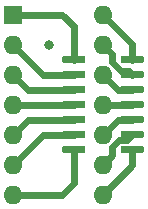
<source format=gbr>
G04 #@! TF.GenerationSoftware,KiCad,Pcbnew,(5.1.5)-3*
G04 #@! TF.CreationDate,2020-06-08T21:20:55-04:00*
G04 #@! TF.ProjectId,dip14soic,64697031-3473-46f6-9963-2e6b69636164,rev?*
G04 #@! TF.SameCoordinates,Original*
G04 #@! TF.FileFunction,Copper,L1,Top*
G04 #@! TF.FilePolarity,Positive*
%FSLAX46Y46*%
G04 Gerber Fmt 4.6, Leading zero omitted, Abs format (unit mm)*
G04 Created by KiCad (PCBNEW (5.1.5)-3) date 2020-06-08 21:20:55*
%MOMM*%
%LPD*%
G04 APERTURE LIST*
%ADD10R,1.600000X1.600000*%
%ADD11O,1.600000X1.600000*%
%ADD12C,0.100000*%
%ADD13C,0.800000*%
%ADD14C,0.600000*%
G04 APERTURE END LIST*
D10*
X106680000Y-71120000D03*
D11*
X114300000Y-86360000D03*
X106680000Y-73660000D03*
X114300000Y-83820000D03*
X106680000Y-76200000D03*
X114300000Y-81280000D03*
X106680000Y-78740000D03*
X114300000Y-78740000D03*
X106680000Y-81280000D03*
X114300000Y-76200000D03*
X106680000Y-83820000D03*
X114300000Y-73660000D03*
X106680000Y-86360000D03*
X114300000Y-71120000D03*
G04 #@! TA.AperFunction,SMDPad,CuDef*
D12*
G36*
X112664703Y-74630722D02*
G01*
X112679264Y-74632882D01*
X112693543Y-74636459D01*
X112707403Y-74641418D01*
X112720710Y-74647712D01*
X112733336Y-74655280D01*
X112745159Y-74664048D01*
X112756066Y-74673934D01*
X112765952Y-74684841D01*
X112774720Y-74696664D01*
X112782288Y-74709290D01*
X112788582Y-74722597D01*
X112793541Y-74736457D01*
X112797118Y-74750736D01*
X112799278Y-74765297D01*
X112800000Y-74780000D01*
X112800000Y-75080000D01*
X112799278Y-75094703D01*
X112797118Y-75109264D01*
X112793541Y-75123543D01*
X112788582Y-75137403D01*
X112782288Y-75150710D01*
X112774720Y-75163336D01*
X112765952Y-75175159D01*
X112756066Y-75186066D01*
X112745159Y-75195952D01*
X112733336Y-75204720D01*
X112720710Y-75212288D01*
X112707403Y-75218582D01*
X112693543Y-75223541D01*
X112679264Y-75227118D01*
X112664703Y-75229278D01*
X112650000Y-75230000D01*
X111000000Y-75230000D01*
X110985297Y-75229278D01*
X110970736Y-75227118D01*
X110956457Y-75223541D01*
X110942597Y-75218582D01*
X110929290Y-75212288D01*
X110916664Y-75204720D01*
X110904841Y-75195952D01*
X110893934Y-75186066D01*
X110884048Y-75175159D01*
X110875280Y-75163336D01*
X110867712Y-75150710D01*
X110861418Y-75137403D01*
X110856459Y-75123543D01*
X110852882Y-75109264D01*
X110850722Y-75094703D01*
X110850000Y-75080000D01*
X110850000Y-74780000D01*
X110850722Y-74765297D01*
X110852882Y-74750736D01*
X110856459Y-74736457D01*
X110861418Y-74722597D01*
X110867712Y-74709290D01*
X110875280Y-74696664D01*
X110884048Y-74684841D01*
X110893934Y-74673934D01*
X110904841Y-74664048D01*
X110916664Y-74655280D01*
X110929290Y-74647712D01*
X110942597Y-74641418D01*
X110956457Y-74636459D01*
X110970736Y-74632882D01*
X110985297Y-74630722D01*
X111000000Y-74630000D01*
X112650000Y-74630000D01*
X112664703Y-74630722D01*
G37*
G04 #@! TD.AperFunction*
G04 #@! TA.AperFunction,SMDPad,CuDef*
G36*
X112664703Y-75900722D02*
G01*
X112679264Y-75902882D01*
X112693543Y-75906459D01*
X112707403Y-75911418D01*
X112720710Y-75917712D01*
X112733336Y-75925280D01*
X112745159Y-75934048D01*
X112756066Y-75943934D01*
X112765952Y-75954841D01*
X112774720Y-75966664D01*
X112782288Y-75979290D01*
X112788582Y-75992597D01*
X112793541Y-76006457D01*
X112797118Y-76020736D01*
X112799278Y-76035297D01*
X112800000Y-76050000D01*
X112800000Y-76350000D01*
X112799278Y-76364703D01*
X112797118Y-76379264D01*
X112793541Y-76393543D01*
X112788582Y-76407403D01*
X112782288Y-76420710D01*
X112774720Y-76433336D01*
X112765952Y-76445159D01*
X112756066Y-76456066D01*
X112745159Y-76465952D01*
X112733336Y-76474720D01*
X112720710Y-76482288D01*
X112707403Y-76488582D01*
X112693543Y-76493541D01*
X112679264Y-76497118D01*
X112664703Y-76499278D01*
X112650000Y-76500000D01*
X111000000Y-76500000D01*
X110985297Y-76499278D01*
X110970736Y-76497118D01*
X110956457Y-76493541D01*
X110942597Y-76488582D01*
X110929290Y-76482288D01*
X110916664Y-76474720D01*
X110904841Y-76465952D01*
X110893934Y-76456066D01*
X110884048Y-76445159D01*
X110875280Y-76433336D01*
X110867712Y-76420710D01*
X110861418Y-76407403D01*
X110856459Y-76393543D01*
X110852882Y-76379264D01*
X110850722Y-76364703D01*
X110850000Y-76350000D01*
X110850000Y-76050000D01*
X110850722Y-76035297D01*
X110852882Y-76020736D01*
X110856459Y-76006457D01*
X110861418Y-75992597D01*
X110867712Y-75979290D01*
X110875280Y-75966664D01*
X110884048Y-75954841D01*
X110893934Y-75943934D01*
X110904841Y-75934048D01*
X110916664Y-75925280D01*
X110929290Y-75917712D01*
X110942597Y-75911418D01*
X110956457Y-75906459D01*
X110970736Y-75902882D01*
X110985297Y-75900722D01*
X111000000Y-75900000D01*
X112650000Y-75900000D01*
X112664703Y-75900722D01*
G37*
G04 #@! TD.AperFunction*
G04 #@! TA.AperFunction,SMDPad,CuDef*
G36*
X112664703Y-77170722D02*
G01*
X112679264Y-77172882D01*
X112693543Y-77176459D01*
X112707403Y-77181418D01*
X112720710Y-77187712D01*
X112733336Y-77195280D01*
X112745159Y-77204048D01*
X112756066Y-77213934D01*
X112765952Y-77224841D01*
X112774720Y-77236664D01*
X112782288Y-77249290D01*
X112788582Y-77262597D01*
X112793541Y-77276457D01*
X112797118Y-77290736D01*
X112799278Y-77305297D01*
X112800000Y-77320000D01*
X112800000Y-77620000D01*
X112799278Y-77634703D01*
X112797118Y-77649264D01*
X112793541Y-77663543D01*
X112788582Y-77677403D01*
X112782288Y-77690710D01*
X112774720Y-77703336D01*
X112765952Y-77715159D01*
X112756066Y-77726066D01*
X112745159Y-77735952D01*
X112733336Y-77744720D01*
X112720710Y-77752288D01*
X112707403Y-77758582D01*
X112693543Y-77763541D01*
X112679264Y-77767118D01*
X112664703Y-77769278D01*
X112650000Y-77770000D01*
X111000000Y-77770000D01*
X110985297Y-77769278D01*
X110970736Y-77767118D01*
X110956457Y-77763541D01*
X110942597Y-77758582D01*
X110929290Y-77752288D01*
X110916664Y-77744720D01*
X110904841Y-77735952D01*
X110893934Y-77726066D01*
X110884048Y-77715159D01*
X110875280Y-77703336D01*
X110867712Y-77690710D01*
X110861418Y-77677403D01*
X110856459Y-77663543D01*
X110852882Y-77649264D01*
X110850722Y-77634703D01*
X110850000Y-77620000D01*
X110850000Y-77320000D01*
X110850722Y-77305297D01*
X110852882Y-77290736D01*
X110856459Y-77276457D01*
X110861418Y-77262597D01*
X110867712Y-77249290D01*
X110875280Y-77236664D01*
X110884048Y-77224841D01*
X110893934Y-77213934D01*
X110904841Y-77204048D01*
X110916664Y-77195280D01*
X110929290Y-77187712D01*
X110942597Y-77181418D01*
X110956457Y-77176459D01*
X110970736Y-77172882D01*
X110985297Y-77170722D01*
X111000000Y-77170000D01*
X112650000Y-77170000D01*
X112664703Y-77170722D01*
G37*
G04 #@! TD.AperFunction*
G04 #@! TA.AperFunction,SMDPad,CuDef*
G36*
X112664703Y-78440722D02*
G01*
X112679264Y-78442882D01*
X112693543Y-78446459D01*
X112707403Y-78451418D01*
X112720710Y-78457712D01*
X112733336Y-78465280D01*
X112745159Y-78474048D01*
X112756066Y-78483934D01*
X112765952Y-78494841D01*
X112774720Y-78506664D01*
X112782288Y-78519290D01*
X112788582Y-78532597D01*
X112793541Y-78546457D01*
X112797118Y-78560736D01*
X112799278Y-78575297D01*
X112800000Y-78590000D01*
X112800000Y-78890000D01*
X112799278Y-78904703D01*
X112797118Y-78919264D01*
X112793541Y-78933543D01*
X112788582Y-78947403D01*
X112782288Y-78960710D01*
X112774720Y-78973336D01*
X112765952Y-78985159D01*
X112756066Y-78996066D01*
X112745159Y-79005952D01*
X112733336Y-79014720D01*
X112720710Y-79022288D01*
X112707403Y-79028582D01*
X112693543Y-79033541D01*
X112679264Y-79037118D01*
X112664703Y-79039278D01*
X112650000Y-79040000D01*
X111000000Y-79040000D01*
X110985297Y-79039278D01*
X110970736Y-79037118D01*
X110956457Y-79033541D01*
X110942597Y-79028582D01*
X110929290Y-79022288D01*
X110916664Y-79014720D01*
X110904841Y-79005952D01*
X110893934Y-78996066D01*
X110884048Y-78985159D01*
X110875280Y-78973336D01*
X110867712Y-78960710D01*
X110861418Y-78947403D01*
X110856459Y-78933543D01*
X110852882Y-78919264D01*
X110850722Y-78904703D01*
X110850000Y-78890000D01*
X110850000Y-78590000D01*
X110850722Y-78575297D01*
X110852882Y-78560736D01*
X110856459Y-78546457D01*
X110861418Y-78532597D01*
X110867712Y-78519290D01*
X110875280Y-78506664D01*
X110884048Y-78494841D01*
X110893934Y-78483934D01*
X110904841Y-78474048D01*
X110916664Y-78465280D01*
X110929290Y-78457712D01*
X110942597Y-78451418D01*
X110956457Y-78446459D01*
X110970736Y-78442882D01*
X110985297Y-78440722D01*
X111000000Y-78440000D01*
X112650000Y-78440000D01*
X112664703Y-78440722D01*
G37*
G04 #@! TD.AperFunction*
G04 #@! TA.AperFunction,SMDPad,CuDef*
G36*
X112664703Y-79710722D02*
G01*
X112679264Y-79712882D01*
X112693543Y-79716459D01*
X112707403Y-79721418D01*
X112720710Y-79727712D01*
X112733336Y-79735280D01*
X112745159Y-79744048D01*
X112756066Y-79753934D01*
X112765952Y-79764841D01*
X112774720Y-79776664D01*
X112782288Y-79789290D01*
X112788582Y-79802597D01*
X112793541Y-79816457D01*
X112797118Y-79830736D01*
X112799278Y-79845297D01*
X112800000Y-79860000D01*
X112800000Y-80160000D01*
X112799278Y-80174703D01*
X112797118Y-80189264D01*
X112793541Y-80203543D01*
X112788582Y-80217403D01*
X112782288Y-80230710D01*
X112774720Y-80243336D01*
X112765952Y-80255159D01*
X112756066Y-80266066D01*
X112745159Y-80275952D01*
X112733336Y-80284720D01*
X112720710Y-80292288D01*
X112707403Y-80298582D01*
X112693543Y-80303541D01*
X112679264Y-80307118D01*
X112664703Y-80309278D01*
X112650000Y-80310000D01*
X111000000Y-80310000D01*
X110985297Y-80309278D01*
X110970736Y-80307118D01*
X110956457Y-80303541D01*
X110942597Y-80298582D01*
X110929290Y-80292288D01*
X110916664Y-80284720D01*
X110904841Y-80275952D01*
X110893934Y-80266066D01*
X110884048Y-80255159D01*
X110875280Y-80243336D01*
X110867712Y-80230710D01*
X110861418Y-80217403D01*
X110856459Y-80203543D01*
X110852882Y-80189264D01*
X110850722Y-80174703D01*
X110850000Y-80160000D01*
X110850000Y-79860000D01*
X110850722Y-79845297D01*
X110852882Y-79830736D01*
X110856459Y-79816457D01*
X110861418Y-79802597D01*
X110867712Y-79789290D01*
X110875280Y-79776664D01*
X110884048Y-79764841D01*
X110893934Y-79753934D01*
X110904841Y-79744048D01*
X110916664Y-79735280D01*
X110929290Y-79727712D01*
X110942597Y-79721418D01*
X110956457Y-79716459D01*
X110970736Y-79712882D01*
X110985297Y-79710722D01*
X111000000Y-79710000D01*
X112650000Y-79710000D01*
X112664703Y-79710722D01*
G37*
G04 #@! TD.AperFunction*
G04 #@! TA.AperFunction,SMDPad,CuDef*
G36*
X112664703Y-80980722D02*
G01*
X112679264Y-80982882D01*
X112693543Y-80986459D01*
X112707403Y-80991418D01*
X112720710Y-80997712D01*
X112733336Y-81005280D01*
X112745159Y-81014048D01*
X112756066Y-81023934D01*
X112765952Y-81034841D01*
X112774720Y-81046664D01*
X112782288Y-81059290D01*
X112788582Y-81072597D01*
X112793541Y-81086457D01*
X112797118Y-81100736D01*
X112799278Y-81115297D01*
X112800000Y-81130000D01*
X112800000Y-81430000D01*
X112799278Y-81444703D01*
X112797118Y-81459264D01*
X112793541Y-81473543D01*
X112788582Y-81487403D01*
X112782288Y-81500710D01*
X112774720Y-81513336D01*
X112765952Y-81525159D01*
X112756066Y-81536066D01*
X112745159Y-81545952D01*
X112733336Y-81554720D01*
X112720710Y-81562288D01*
X112707403Y-81568582D01*
X112693543Y-81573541D01*
X112679264Y-81577118D01*
X112664703Y-81579278D01*
X112650000Y-81580000D01*
X111000000Y-81580000D01*
X110985297Y-81579278D01*
X110970736Y-81577118D01*
X110956457Y-81573541D01*
X110942597Y-81568582D01*
X110929290Y-81562288D01*
X110916664Y-81554720D01*
X110904841Y-81545952D01*
X110893934Y-81536066D01*
X110884048Y-81525159D01*
X110875280Y-81513336D01*
X110867712Y-81500710D01*
X110861418Y-81487403D01*
X110856459Y-81473543D01*
X110852882Y-81459264D01*
X110850722Y-81444703D01*
X110850000Y-81430000D01*
X110850000Y-81130000D01*
X110850722Y-81115297D01*
X110852882Y-81100736D01*
X110856459Y-81086457D01*
X110861418Y-81072597D01*
X110867712Y-81059290D01*
X110875280Y-81046664D01*
X110884048Y-81034841D01*
X110893934Y-81023934D01*
X110904841Y-81014048D01*
X110916664Y-81005280D01*
X110929290Y-80997712D01*
X110942597Y-80991418D01*
X110956457Y-80986459D01*
X110970736Y-80982882D01*
X110985297Y-80980722D01*
X111000000Y-80980000D01*
X112650000Y-80980000D01*
X112664703Y-80980722D01*
G37*
G04 #@! TD.AperFunction*
G04 #@! TA.AperFunction,SMDPad,CuDef*
G36*
X112664703Y-82250722D02*
G01*
X112679264Y-82252882D01*
X112693543Y-82256459D01*
X112707403Y-82261418D01*
X112720710Y-82267712D01*
X112733336Y-82275280D01*
X112745159Y-82284048D01*
X112756066Y-82293934D01*
X112765952Y-82304841D01*
X112774720Y-82316664D01*
X112782288Y-82329290D01*
X112788582Y-82342597D01*
X112793541Y-82356457D01*
X112797118Y-82370736D01*
X112799278Y-82385297D01*
X112800000Y-82400000D01*
X112800000Y-82700000D01*
X112799278Y-82714703D01*
X112797118Y-82729264D01*
X112793541Y-82743543D01*
X112788582Y-82757403D01*
X112782288Y-82770710D01*
X112774720Y-82783336D01*
X112765952Y-82795159D01*
X112756066Y-82806066D01*
X112745159Y-82815952D01*
X112733336Y-82824720D01*
X112720710Y-82832288D01*
X112707403Y-82838582D01*
X112693543Y-82843541D01*
X112679264Y-82847118D01*
X112664703Y-82849278D01*
X112650000Y-82850000D01*
X111000000Y-82850000D01*
X110985297Y-82849278D01*
X110970736Y-82847118D01*
X110956457Y-82843541D01*
X110942597Y-82838582D01*
X110929290Y-82832288D01*
X110916664Y-82824720D01*
X110904841Y-82815952D01*
X110893934Y-82806066D01*
X110884048Y-82795159D01*
X110875280Y-82783336D01*
X110867712Y-82770710D01*
X110861418Y-82757403D01*
X110856459Y-82743543D01*
X110852882Y-82729264D01*
X110850722Y-82714703D01*
X110850000Y-82700000D01*
X110850000Y-82400000D01*
X110850722Y-82385297D01*
X110852882Y-82370736D01*
X110856459Y-82356457D01*
X110861418Y-82342597D01*
X110867712Y-82329290D01*
X110875280Y-82316664D01*
X110884048Y-82304841D01*
X110893934Y-82293934D01*
X110904841Y-82284048D01*
X110916664Y-82275280D01*
X110929290Y-82267712D01*
X110942597Y-82261418D01*
X110956457Y-82256459D01*
X110970736Y-82252882D01*
X110985297Y-82250722D01*
X111000000Y-82250000D01*
X112650000Y-82250000D01*
X112664703Y-82250722D01*
G37*
G04 #@! TD.AperFunction*
G04 #@! TA.AperFunction,SMDPad,CuDef*
G36*
X117614703Y-82250722D02*
G01*
X117629264Y-82252882D01*
X117643543Y-82256459D01*
X117657403Y-82261418D01*
X117670710Y-82267712D01*
X117683336Y-82275280D01*
X117695159Y-82284048D01*
X117706066Y-82293934D01*
X117715952Y-82304841D01*
X117724720Y-82316664D01*
X117732288Y-82329290D01*
X117738582Y-82342597D01*
X117743541Y-82356457D01*
X117747118Y-82370736D01*
X117749278Y-82385297D01*
X117750000Y-82400000D01*
X117750000Y-82700000D01*
X117749278Y-82714703D01*
X117747118Y-82729264D01*
X117743541Y-82743543D01*
X117738582Y-82757403D01*
X117732288Y-82770710D01*
X117724720Y-82783336D01*
X117715952Y-82795159D01*
X117706066Y-82806066D01*
X117695159Y-82815952D01*
X117683336Y-82824720D01*
X117670710Y-82832288D01*
X117657403Y-82838582D01*
X117643543Y-82843541D01*
X117629264Y-82847118D01*
X117614703Y-82849278D01*
X117600000Y-82850000D01*
X115950000Y-82850000D01*
X115935297Y-82849278D01*
X115920736Y-82847118D01*
X115906457Y-82843541D01*
X115892597Y-82838582D01*
X115879290Y-82832288D01*
X115866664Y-82824720D01*
X115854841Y-82815952D01*
X115843934Y-82806066D01*
X115834048Y-82795159D01*
X115825280Y-82783336D01*
X115817712Y-82770710D01*
X115811418Y-82757403D01*
X115806459Y-82743543D01*
X115802882Y-82729264D01*
X115800722Y-82714703D01*
X115800000Y-82700000D01*
X115800000Y-82400000D01*
X115800722Y-82385297D01*
X115802882Y-82370736D01*
X115806459Y-82356457D01*
X115811418Y-82342597D01*
X115817712Y-82329290D01*
X115825280Y-82316664D01*
X115834048Y-82304841D01*
X115843934Y-82293934D01*
X115854841Y-82284048D01*
X115866664Y-82275280D01*
X115879290Y-82267712D01*
X115892597Y-82261418D01*
X115906457Y-82256459D01*
X115920736Y-82252882D01*
X115935297Y-82250722D01*
X115950000Y-82250000D01*
X117600000Y-82250000D01*
X117614703Y-82250722D01*
G37*
G04 #@! TD.AperFunction*
G04 #@! TA.AperFunction,SMDPad,CuDef*
G36*
X117614703Y-80980722D02*
G01*
X117629264Y-80982882D01*
X117643543Y-80986459D01*
X117657403Y-80991418D01*
X117670710Y-80997712D01*
X117683336Y-81005280D01*
X117695159Y-81014048D01*
X117706066Y-81023934D01*
X117715952Y-81034841D01*
X117724720Y-81046664D01*
X117732288Y-81059290D01*
X117738582Y-81072597D01*
X117743541Y-81086457D01*
X117747118Y-81100736D01*
X117749278Y-81115297D01*
X117750000Y-81130000D01*
X117750000Y-81430000D01*
X117749278Y-81444703D01*
X117747118Y-81459264D01*
X117743541Y-81473543D01*
X117738582Y-81487403D01*
X117732288Y-81500710D01*
X117724720Y-81513336D01*
X117715952Y-81525159D01*
X117706066Y-81536066D01*
X117695159Y-81545952D01*
X117683336Y-81554720D01*
X117670710Y-81562288D01*
X117657403Y-81568582D01*
X117643543Y-81573541D01*
X117629264Y-81577118D01*
X117614703Y-81579278D01*
X117600000Y-81580000D01*
X115950000Y-81580000D01*
X115935297Y-81579278D01*
X115920736Y-81577118D01*
X115906457Y-81573541D01*
X115892597Y-81568582D01*
X115879290Y-81562288D01*
X115866664Y-81554720D01*
X115854841Y-81545952D01*
X115843934Y-81536066D01*
X115834048Y-81525159D01*
X115825280Y-81513336D01*
X115817712Y-81500710D01*
X115811418Y-81487403D01*
X115806459Y-81473543D01*
X115802882Y-81459264D01*
X115800722Y-81444703D01*
X115800000Y-81430000D01*
X115800000Y-81130000D01*
X115800722Y-81115297D01*
X115802882Y-81100736D01*
X115806459Y-81086457D01*
X115811418Y-81072597D01*
X115817712Y-81059290D01*
X115825280Y-81046664D01*
X115834048Y-81034841D01*
X115843934Y-81023934D01*
X115854841Y-81014048D01*
X115866664Y-81005280D01*
X115879290Y-80997712D01*
X115892597Y-80991418D01*
X115906457Y-80986459D01*
X115920736Y-80982882D01*
X115935297Y-80980722D01*
X115950000Y-80980000D01*
X117600000Y-80980000D01*
X117614703Y-80980722D01*
G37*
G04 #@! TD.AperFunction*
G04 #@! TA.AperFunction,SMDPad,CuDef*
G36*
X117614703Y-79710722D02*
G01*
X117629264Y-79712882D01*
X117643543Y-79716459D01*
X117657403Y-79721418D01*
X117670710Y-79727712D01*
X117683336Y-79735280D01*
X117695159Y-79744048D01*
X117706066Y-79753934D01*
X117715952Y-79764841D01*
X117724720Y-79776664D01*
X117732288Y-79789290D01*
X117738582Y-79802597D01*
X117743541Y-79816457D01*
X117747118Y-79830736D01*
X117749278Y-79845297D01*
X117750000Y-79860000D01*
X117750000Y-80160000D01*
X117749278Y-80174703D01*
X117747118Y-80189264D01*
X117743541Y-80203543D01*
X117738582Y-80217403D01*
X117732288Y-80230710D01*
X117724720Y-80243336D01*
X117715952Y-80255159D01*
X117706066Y-80266066D01*
X117695159Y-80275952D01*
X117683336Y-80284720D01*
X117670710Y-80292288D01*
X117657403Y-80298582D01*
X117643543Y-80303541D01*
X117629264Y-80307118D01*
X117614703Y-80309278D01*
X117600000Y-80310000D01*
X115950000Y-80310000D01*
X115935297Y-80309278D01*
X115920736Y-80307118D01*
X115906457Y-80303541D01*
X115892597Y-80298582D01*
X115879290Y-80292288D01*
X115866664Y-80284720D01*
X115854841Y-80275952D01*
X115843934Y-80266066D01*
X115834048Y-80255159D01*
X115825280Y-80243336D01*
X115817712Y-80230710D01*
X115811418Y-80217403D01*
X115806459Y-80203543D01*
X115802882Y-80189264D01*
X115800722Y-80174703D01*
X115800000Y-80160000D01*
X115800000Y-79860000D01*
X115800722Y-79845297D01*
X115802882Y-79830736D01*
X115806459Y-79816457D01*
X115811418Y-79802597D01*
X115817712Y-79789290D01*
X115825280Y-79776664D01*
X115834048Y-79764841D01*
X115843934Y-79753934D01*
X115854841Y-79744048D01*
X115866664Y-79735280D01*
X115879290Y-79727712D01*
X115892597Y-79721418D01*
X115906457Y-79716459D01*
X115920736Y-79712882D01*
X115935297Y-79710722D01*
X115950000Y-79710000D01*
X117600000Y-79710000D01*
X117614703Y-79710722D01*
G37*
G04 #@! TD.AperFunction*
G04 #@! TA.AperFunction,SMDPad,CuDef*
G36*
X117614703Y-78440722D02*
G01*
X117629264Y-78442882D01*
X117643543Y-78446459D01*
X117657403Y-78451418D01*
X117670710Y-78457712D01*
X117683336Y-78465280D01*
X117695159Y-78474048D01*
X117706066Y-78483934D01*
X117715952Y-78494841D01*
X117724720Y-78506664D01*
X117732288Y-78519290D01*
X117738582Y-78532597D01*
X117743541Y-78546457D01*
X117747118Y-78560736D01*
X117749278Y-78575297D01*
X117750000Y-78590000D01*
X117750000Y-78890000D01*
X117749278Y-78904703D01*
X117747118Y-78919264D01*
X117743541Y-78933543D01*
X117738582Y-78947403D01*
X117732288Y-78960710D01*
X117724720Y-78973336D01*
X117715952Y-78985159D01*
X117706066Y-78996066D01*
X117695159Y-79005952D01*
X117683336Y-79014720D01*
X117670710Y-79022288D01*
X117657403Y-79028582D01*
X117643543Y-79033541D01*
X117629264Y-79037118D01*
X117614703Y-79039278D01*
X117600000Y-79040000D01*
X115950000Y-79040000D01*
X115935297Y-79039278D01*
X115920736Y-79037118D01*
X115906457Y-79033541D01*
X115892597Y-79028582D01*
X115879290Y-79022288D01*
X115866664Y-79014720D01*
X115854841Y-79005952D01*
X115843934Y-78996066D01*
X115834048Y-78985159D01*
X115825280Y-78973336D01*
X115817712Y-78960710D01*
X115811418Y-78947403D01*
X115806459Y-78933543D01*
X115802882Y-78919264D01*
X115800722Y-78904703D01*
X115800000Y-78890000D01*
X115800000Y-78590000D01*
X115800722Y-78575297D01*
X115802882Y-78560736D01*
X115806459Y-78546457D01*
X115811418Y-78532597D01*
X115817712Y-78519290D01*
X115825280Y-78506664D01*
X115834048Y-78494841D01*
X115843934Y-78483934D01*
X115854841Y-78474048D01*
X115866664Y-78465280D01*
X115879290Y-78457712D01*
X115892597Y-78451418D01*
X115906457Y-78446459D01*
X115920736Y-78442882D01*
X115935297Y-78440722D01*
X115950000Y-78440000D01*
X117600000Y-78440000D01*
X117614703Y-78440722D01*
G37*
G04 #@! TD.AperFunction*
G04 #@! TA.AperFunction,SMDPad,CuDef*
G36*
X117614703Y-77170722D02*
G01*
X117629264Y-77172882D01*
X117643543Y-77176459D01*
X117657403Y-77181418D01*
X117670710Y-77187712D01*
X117683336Y-77195280D01*
X117695159Y-77204048D01*
X117706066Y-77213934D01*
X117715952Y-77224841D01*
X117724720Y-77236664D01*
X117732288Y-77249290D01*
X117738582Y-77262597D01*
X117743541Y-77276457D01*
X117747118Y-77290736D01*
X117749278Y-77305297D01*
X117750000Y-77320000D01*
X117750000Y-77620000D01*
X117749278Y-77634703D01*
X117747118Y-77649264D01*
X117743541Y-77663543D01*
X117738582Y-77677403D01*
X117732288Y-77690710D01*
X117724720Y-77703336D01*
X117715952Y-77715159D01*
X117706066Y-77726066D01*
X117695159Y-77735952D01*
X117683336Y-77744720D01*
X117670710Y-77752288D01*
X117657403Y-77758582D01*
X117643543Y-77763541D01*
X117629264Y-77767118D01*
X117614703Y-77769278D01*
X117600000Y-77770000D01*
X115950000Y-77770000D01*
X115935297Y-77769278D01*
X115920736Y-77767118D01*
X115906457Y-77763541D01*
X115892597Y-77758582D01*
X115879290Y-77752288D01*
X115866664Y-77744720D01*
X115854841Y-77735952D01*
X115843934Y-77726066D01*
X115834048Y-77715159D01*
X115825280Y-77703336D01*
X115817712Y-77690710D01*
X115811418Y-77677403D01*
X115806459Y-77663543D01*
X115802882Y-77649264D01*
X115800722Y-77634703D01*
X115800000Y-77620000D01*
X115800000Y-77320000D01*
X115800722Y-77305297D01*
X115802882Y-77290736D01*
X115806459Y-77276457D01*
X115811418Y-77262597D01*
X115817712Y-77249290D01*
X115825280Y-77236664D01*
X115834048Y-77224841D01*
X115843934Y-77213934D01*
X115854841Y-77204048D01*
X115866664Y-77195280D01*
X115879290Y-77187712D01*
X115892597Y-77181418D01*
X115906457Y-77176459D01*
X115920736Y-77172882D01*
X115935297Y-77170722D01*
X115950000Y-77170000D01*
X117600000Y-77170000D01*
X117614703Y-77170722D01*
G37*
G04 #@! TD.AperFunction*
G04 #@! TA.AperFunction,SMDPad,CuDef*
G36*
X117614703Y-75900722D02*
G01*
X117629264Y-75902882D01*
X117643543Y-75906459D01*
X117657403Y-75911418D01*
X117670710Y-75917712D01*
X117683336Y-75925280D01*
X117695159Y-75934048D01*
X117706066Y-75943934D01*
X117715952Y-75954841D01*
X117724720Y-75966664D01*
X117732288Y-75979290D01*
X117738582Y-75992597D01*
X117743541Y-76006457D01*
X117747118Y-76020736D01*
X117749278Y-76035297D01*
X117750000Y-76050000D01*
X117750000Y-76350000D01*
X117749278Y-76364703D01*
X117747118Y-76379264D01*
X117743541Y-76393543D01*
X117738582Y-76407403D01*
X117732288Y-76420710D01*
X117724720Y-76433336D01*
X117715952Y-76445159D01*
X117706066Y-76456066D01*
X117695159Y-76465952D01*
X117683336Y-76474720D01*
X117670710Y-76482288D01*
X117657403Y-76488582D01*
X117643543Y-76493541D01*
X117629264Y-76497118D01*
X117614703Y-76499278D01*
X117600000Y-76500000D01*
X115950000Y-76500000D01*
X115935297Y-76499278D01*
X115920736Y-76497118D01*
X115906457Y-76493541D01*
X115892597Y-76488582D01*
X115879290Y-76482288D01*
X115866664Y-76474720D01*
X115854841Y-76465952D01*
X115843934Y-76456066D01*
X115834048Y-76445159D01*
X115825280Y-76433336D01*
X115817712Y-76420710D01*
X115811418Y-76407403D01*
X115806459Y-76393543D01*
X115802882Y-76379264D01*
X115800722Y-76364703D01*
X115800000Y-76350000D01*
X115800000Y-76050000D01*
X115800722Y-76035297D01*
X115802882Y-76020736D01*
X115806459Y-76006457D01*
X115811418Y-75992597D01*
X115817712Y-75979290D01*
X115825280Y-75966664D01*
X115834048Y-75954841D01*
X115843934Y-75943934D01*
X115854841Y-75934048D01*
X115866664Y-75925280D01*
X115879290Y-75917712D01*
X115892597Y-75911418D01*
X115906457Y-75906459D01*
X115920736Y-75902882D01*
X115935297Y-75900722D01*
X115950000Y-75900000D01*
X117600000Y-75900000D01*
X117614703Y-75900722D01*
G37*
G04 #@! TD.AperFunction*
G04 #@! TA.AperFunction,SMDPad,CuDef*
G36*
X117614703Y-74630722D02*
G01*
X117629264Y-74632882D01*
X117643543Y-74636459D01*
X117657403Y-74641418D01*
X117670710Y-74647712D01*
X117683336Y-74655280D01*
X117695159Y-74664048D01*
X117706066Y-74673934D01*
X117715952Y-74684841D01*
X117724720Y-74696664D01*
X117732288Y-74709290D01*
X117738582Y-74722597D01*
X117743541Y-74736457D01*
X117747118Y-74750736D01*
X117749278Y-74765297D01*
X117750000Y-74780000D01*
X117750000Y-75080000D01*
X117749278Y-75094703D01*
X117747118Y-75109264D01*
X117743541Y-75123543D01*
X117738582Y-75137403D01*
X117732288Y-75150710D01*
X117724720Y-75163336D01*
X117715952Y-75175159D01*
X117706066Y-75186066D01*
X117695159Y-75195952D01*
X117683336Y-75204720D01*
X117670710Y-75212288D01*
X117657403Y-75218582D01*
X117643543Y-75223541D01*
X117629264Y-75227118D01*
X117614703Y-75229278D01*
X117600000Y-75230000D01*
X115950000Y-75230000D01*
X115935297Y-75229278D01*
X115920736Y-75227118D01*
X115906457Y-75223541D01*
X115892597Y-75218582D01*
X115879290Y-75212288D01*
X115866664Y-75204720D01*
X115854841Y-75195952D01*
X115843934Y-75186066D01*
X115834048Y-75175159D01*
X115825280Y-75163336D01*
X115817712Y-75150710D01*
X115811418Y-75137403D01*
X115806459Y-75123543D01*
X115802882Y-75109264D01*
X115800722Y-75094703D01*
X115800000Y-75080000D01*
X115800000Y-74780000D01*
X115800722Y-74765297D01*
X115802882Y-74750736D01*
X115806459Y-74736457D01*
X115811418Y-74722597D01*
X115817712Y-74709290D01*
X115825280Y-74696664D01*
X115834048Y-74684841D01*
X115843934Y-74673934D01*
X115854841Y-74664048D01*
X115866664Y-74655280D01*
X115879290Y-74647712D01*
X115892597Y-74641418D01*
X115906457Y-74636459D01*
X115920736Y-74632882D01*
X115935297Y-74630722D01*
X115950000Y-74630000D01*
X117600000Y-74630000D01*
X117614703Y-74630722D01*
G37*
G04 #@! TD.AperFunction*
D13*
X109728000Y-73660000D03*
D14*
X111825000Y-72074000D02*
X111825000Y-74930000D01*
X106680000Y-71120000D02*
X110871000Y-71120000D01*
X110871000Y-71120000D02*
X111825000Y-72074000D01*
X116775000Y-83885000D02*
X116775000Y-82550000D01*
X114300000Y-86360000D02*
X116775000Y-83885000D01*
X109220000Y-76200000D02*
X106680000Y-73660000D01*
X111825000Y-76200000D02*
X109220000Y-76200000D01*
X115099999Y-82330745D02*
X115099999Y-83020001D01*
X116305010Y-81749990D02*
X115680754Y-81749990D01*
X115099999Y-83020001D02*
X114300000Y-83820000D01*
X115680754Y-81749990D02*
X115099999Y-82330745D01*
X116775000Y-81280000D02*
X116305010Y-81749990D01*
X107950000Y-77470000D02*
X106680000Y-76200000D01*
X111825000Y-77470000D02*
X107950000Y-77470000D01*
X115570000Y-80010000D02*
X114300000Y-81280000D01*
X116775000Y-80010000D02*
X115570000Y-80010000D01*
X111825000Y-78740000D02*
X106680000Y-78740000D01*
X116775000Y-78740000D02*
X114300000Y-78740000D01*
X111825000Y-80010000D02*
X107950000Y-80010000D01*
X107950000Y-80010000D02*
X106680000Y-81280000D01*
X115570000Y-77470000D02*
X114300000Y-76200000D01*
X116775000Y-77470000D02*
X115570000Y-77470000D01*
X109220000Y-81280000D02*
X106680000Y-83820000D01*
X111825000Y-81280000D02*
X109220000Y-81280000D01*
X115099999Y-74459999D02*
X114300000Y-73660000D01*
X115099999Y-75149255D02*
X115099999Y-74459999D01*
X115850744Y-75900000D02*
X115099999Y-75149255D01*
X116475000Y-75900000D02*
X115850744Y-75900000D01*
X116775000Y-76200000D02*
X116475000Y-75900000D01*
X106680000Y-86360000D02*
X110871000Y-86360000D01*
X111825000Y-85406000D02*
X111825000Y-82550000D01*
X110871000Y-86360000D02*
X111825000Y-85406000D01*
X116775000Y-73595000D02*
X116775000Y-74930000D01*
X114300000Y-71120000D02*
X116775000Y-73595000D01*
M02*

</source>
